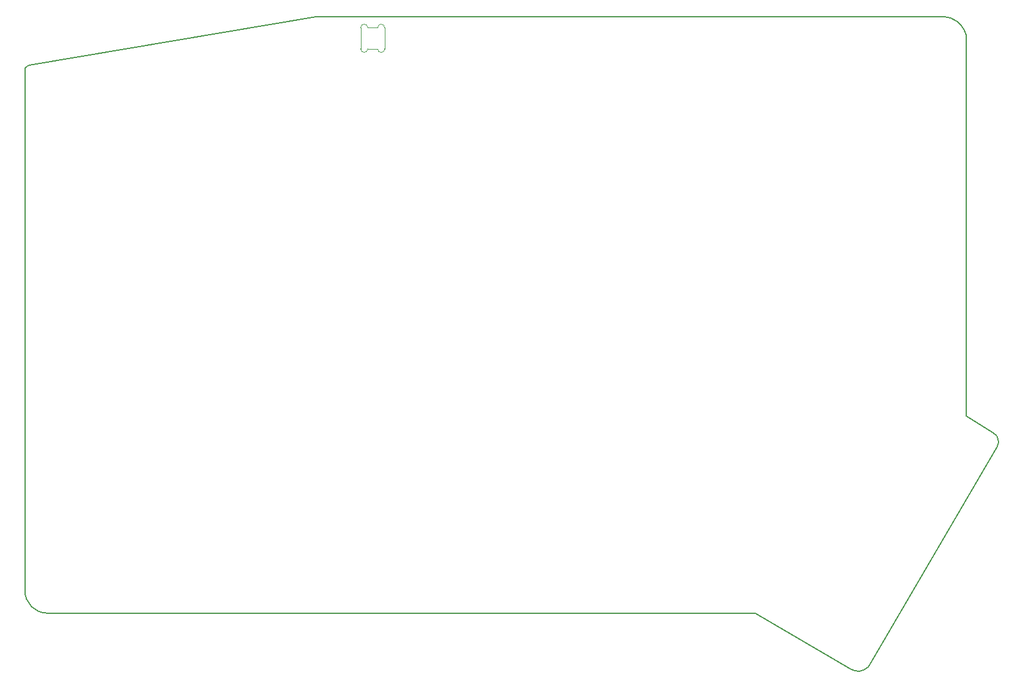
<source format=gbr>
%TF.GenerationSoftware,KiCad,Pcbnew,7.0.1*%
%TF.CreationDate,2023-04-29T17:31:46+07:00*%
%TF.ProjectId,ErgoTravel,4572676f-5472-4617-9665-6c2e6b696361,rev?*%
%TF.SameCoordinates,Original*%
%TF.FileFunction,Profile,NP*%
%FSLAX46Y46*%
G04 Gerber Fmt 4.6, Leading zero omitted, Abs format (unit mm)*
G04 Created by KiCad (PCBNEW 7.0.1) date 2023-04-29 17:31:46*
%MOMM*%
%LPD*%
G01*
G04 APERTURE LIST*
%TA.AperFunction,Profile*%
%ADD10C,0.150000*%
%TD*%
%TA.AperFunction,Profile*%
%ADD11C,0.100000*%
%TD*%
G04 APERTURE END LIST*
D10*
X193761360Y-138864340D02*
X193141600Y-139019280D01*
X205186280Y-46355000D02*
X132080000Y-46355000D01*
X116205000Y-46355000D02*
X75565000Y-53228240D01*
X193141600Y-139019280D02*
X192511680Y-138963400D01*
X74930000Y-127635000D02*
G75*
G03*
X78105000Y-130810000I3175000J0D01*
G01*
X78105000Y-130810000D02*
X178435000Y-130810000D01*
X132080000Y-46355000D02*
X116205000Y-46355000D01*
X208046320Y-48282860D02*
X208280000Y-48978820D01*
X178435000Y-130810000D02*
X191884300Y-138686540D01*
X74930000Y-53878480D02*
X74930000Y-127635000D01*
X194904360Y-137624820D02*
X212709760Y-107172760D01*
X206128620Y-46504860D02*
X206997300Y-46969680D01*
X192511680Y-138963400D02*
X191884300Y-138686540D01*
X74930000Y-53878480D02*
X74990960Y-53578760D01*
X212628480Y-105707180D02*
X212821520Y-106131360D01*
X205186280Y-46355000D02*
X206128620Y-46504860D01*
X206997300Y-46969680D02*
X207634840Y-47640240D01*
X212090000Y-105239820D02*
X212628480Y-105707180D01*
X212874860Y-106586020D02*
X212709760Y-107172760D01*
X208280000Y-95250000D02*
X208280000Y-48978820D01*
X212821520Y-106131360D02*
X212874860Y-106586020D01*
X194904360Y-137624820D02*
X194388740Y-138432540D01*
X208280000Y-102870000D02*
X208280000Y-95250000D01*
X207634840Y-47640240D02*
X208046320Y-48282860D01*
X194388740Y-138432540D02*
X193761360Y-138864340D01*
X74990960Y-53578760D02*
X75184000Y-53352700D01*
X75184000Y-53352700D02*
X75565000Y-53228240D01*
X212090000Y-105239820D02*
X208280000Y-102870000D01*
D11*
%TO.C,D24*%
X125906000Y-50890000D02*
X125906000Y-47890000D01*
X124906000Y-50890000D02*
X123506000Y-50890000D01*
X124906000Y-47890000D02*
X123506000Y-47890000D01*
X122506000Y-47890000D02*
X122506000Y-50890000D01*
X124906000Y-50890000D02*
G75*
G03*
X125906000Y-50890000I500000J0D01*
G01*
X125906000Y-47890000D02*
G75*
G03*
X124906000Y-47890000I-500000J0D01*
G01*
X122506000Y-50890000D02*
G75*
G03*
X123506000Y-50890000I500000J0D01*
G01*
X123506000Y-47890000D02*
G75*
G03*
X122506000Y-47890000I-500000J0D01*
G01*
%TD*%
M02*

</source>
